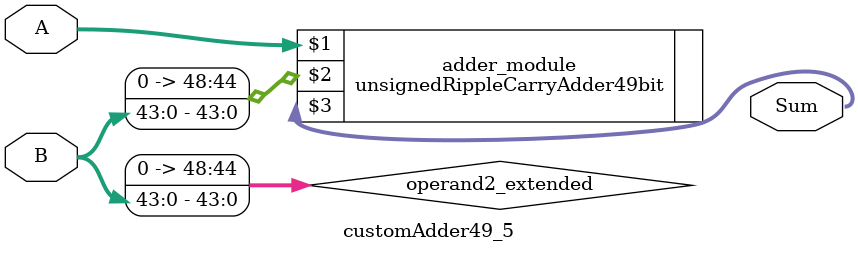
<source format=v>
module customAdder49_5(
                        input [48 : 0] A,
                        input [43 : 0] B,
                        
                        output [49 : 0] Sum
                );

        wire [48 : 0] operand2_extended;
        
        assign operand2_extended =  {5'b0, B};
        
        unsignedRippleCarryAdder49bit adder_module(
            A,
            operand2_extended,
            Sum
        );
        
        endmodule
        
</source>
